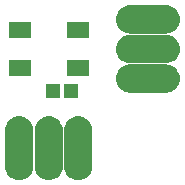
<source format=gbr>
G04 #@! TF.GenerationSoftware,KiCad,Pcbnew,(2017-05-31 revision c0bb8a30c)-makepkg*
G04 #@! TF.CreationDate,2017-07-13T16:13:42-05:00*
G04 #@! TF.ProjectId,45 Neo,3435204E656F2E6B696361645F706362,rev?*
G04 #@! TF.FileFunction,Soldermask,Top*
G04 #@! TF.FilePolarity,Negative*
%FSLAX46Y46*%
G04 Gerber Fmt 4.6, Leading zero omitted, Abs format (unit mm)*
G04 Created by KiCad (PCBNEW (2017-05-31 revision c0bb8a30c)-makepkg) date 07/13/17 16:13:42*
%MOMM*%
%LPD*%
G01*
G04 APERTURE LIST*
%ADD10C,0.100000*%
%ADD11R,1.900000X1.400000*%
%ADD12C,2.400000*%
%ADD13R,1.200000X1.150000*%
G04 APERTURE END LIST*
D10*
D11*
X157450000Y-3400000D03*
X157450000Y-6600000D03*
X152550000Y-6600000D03*
X152550000Y-3400000D03*
D10*
G36*
X165017621Y-3805777D02*
X165134108Y-3823057D01*
X165248342Y-3851671D01*
X165359220Y-3891344D01*
X165465676Y-3941693D01*
X165566684Y-4002235D01*
X165661272Y-4072386D01*
X165748528Y-4151471D01*
X165827613Y-4238727D01*
X165897764Y-4333315D01*
X165958306Y-4434323D01*
X166008655Y-4540779D01*
X166048328Y-4651657D01*
X166076942Y-4765891D01*
X166094222Y-4882378D01*
X166100000Y-4999999D01*
X166100000Y-5000001D01*
X166094222Y-5117622D01*
X166076942Y-5234109D01*
X166048328Y-5348343D01*
X166008655Y-5459221D01*
X165958306Y-5565677D01*
X165897764Y-5666685D01*
X165827613Y-5761273D01*
X165748528Y-5848529D01*
X165661272Y-5927614D01*
X165566684Y-5997765D01*
X165465676Y-6058307D01*
X165359220Y-6108656D01*
X165248342Y-6148329D01*
X165134108Y-6176943D01*
X165017621Y-6194223D01*
X164900000Y-6200001D01*
X161900000Y-6200001D01*
X161782379Y-6194223D01*
X161665892Y-6176943D01*
X161551658Y-6148329D01*
X161440780Y-6108656D01*
X161334324Y-6058307D01*
X161233316Y-5997765D01*
X161138728Y-5927614D01*
X161051472Y-5848529D01*
X160972387Y-5761273D01*
X160902236Y-5666685D01*
X160841694Y-5565677D01*
X160791345Y-5459221D01*
X160751672Y-5348343D01*
X160723058Y-5234109D01*
X160705778Y-5117622D01*
X160700000Y-5000001D01*
X160700000Y-4999999D01*
X160705778Y-4882378D01*
X160723058Y-4765891D01*
X160751672Y-4651657D01*
X160791345Y-4540779D01*
X160841694Y-4434323D01*
X160902236Y-4333315D01*
X160972387Y-4238727D01*
X161051472Y-4151471D01*
X161138728Y-4072386D01*
X161233316Y-4002235D01*
X161334324Y-3941693D01*
X161440780Y-3891344D01*
X161551658Y-3851671D01*
X161665892Y-3823057D01*
X161782379Y-3805777D01*
X161900000Y-3799999D01*
X164900000Y-3799999D01*
X165017621Y-3805777D01*
X165017621Y-3805777D01*
G37*
D12*
X163400000Y-5000000D03*
D10*
G36*
X165017621Y-1305777D02*
X165134108Y-1323057D01*
X165248342Y-1351671D01*
X165359220Y-1391344D01*
X165465676Y-1441693D01*
X165566684Y-1502235D01*
X165661272Y-1572386D01*
X165748528Y-1651471D01*
X165827613Y-1738727D01*
X165897764Y-1833315D01*
X165958306Y-1934323D01*
X166008655Y-2040779D01*
X166048328Y-2151657D01*
X166076942Y-2265891D01*
X166094222Y-2382378D01*
X166100000Y-2499999D01*
X166100000Y-2500001D01*
X166094222Y-2617622D01*
X166076942Y-2734109D01*
X166048328Y-2848343D01*
X166008655Y-2959221D01*
X165958306Y-3065677D01*
X165897764Y-3166685D01*
X165827613Y-3261273D01*
X165748528Y-3348529D01*
X165661272Y-3427614D01*
X165566684Y-3497765D01*
X165465676Y-3558307D01*
X165359220Y-3608656D01*
X165248342Y-3648329D01*
X165134108Y-3676943D01*
X165017621Y-3694223D01*
X164900000Y-3700001D01*
X161900000Y-3700001D01*
X161782379Y-3694223D01*
X161665892Y-3676943D01*
X161551658Y-3648329D01*
X161440780Y-3608656D01*
X161334324Y-3558307D01*
X161233316Y-3497765D01*
X161138728Y-3427614D01*
X161051472Y-3348529D01*
X160972387Y-3261273D01*
X160902236Y-3166685D01*
X160841694Y-3065677D01*
X160791345Y-2959221D01*
X160751672Y-2848343D01*
X160723058Y-2734109D01*
X160705778Y-2617622D01*
X160700000Y-2500001D01*
X160700000Y-2499999D01*
X160705778Y-2382378D01*
X160723058Y-2265891D01*
X160751672Y-2151657D01*
X160791345Y-2040779D01*
X160841694Y-1934323D01*
X160902236Y-1833315D01*
X160972387Y-1738727D01*
X161051472Y-1651471D01*
X161138728Y-1572386D01*
X161233316Y-1502235D01*
X161334324Y-1441693D01*
X161440780Y-1391344D01*
X161551658Y-1351671D01*
X161665892Y-1323057D01*
X161782379Y-1305777D01*
X161900000Y-1299999D01*
X164900000Y-1299999D01*
X165017621Y-1305777D01*
X165017621Y-1305777D01*
G37*
D12*
X163400000Y-2500000D03*
D10*
G36*
X165017621Y-6305777D02*
X165134108Y-6323057D01*
X165248342Y-6351671D01*
X165359220Y-6391344D01*
X165465676Y-6441693D01*
X165566684Y-6502235D01*
X165661272Y-6572386D01*
X165748528Y-6651471D01*
X165827613Y-6738727D01*
X165897764Y-6833315D01*
X165958306Y-6934323D01*
X166008655Y-7040779D01*
X166048328Y-7151657D01*
X166076942Y-7265891D01*
X166094222Y-7382378D01*
X166100000Y-7499999D01*
X166100000Y-7500001D01*
X166094222Y-7617622D01*
X166076942Y-7734109D01*
X166048328Y-7848343D01*
X166008655Y-7959221D01*
X165958306Y-8065677D01*
X165897764Y-8166685D01*
X165827613Y-8261273D01*
X165748528Y-8348529D01*
X165661272Y-8427614D01*
X165566684Y-8497765D01*
X165465676Y-8558307D01*
X165359220Y-8608656D01*
X165248342Y-8648329D01*
X165134108Y-8676943D01*
X165017621Y-8694223D01*
X164900000Y-8700001D01*
X161900000Y-8700001D01*
X161782379Y-8694223D01*
X161665892Y-8676943D01*
X161551658Y-8648329D01*
X161440780Y-8608656D01*
X161334324Y-8558307D01*
X161233316Y-8497765D01*
X161138728Y-8427614D01*
X161051472Y-8348529D01*
X160972387Y-8261273D01*
X160902236Y-8166685D01*
X160841694Y-8065677D01*
X160791345Y-7959221D01*
X160751672Y-7848343D01*
X160723058Y-7734109D01*
X160705778Y-7617622D01*
X160700000Y-7500001D01*
X160700000Y-7499999D01*
X160705778Y-7382378D01*
X160723058Y-7265891D01*
X160751672Y-7151657D01*
X160791345Y-7040779D01*
X160841694Y-6934323D01*
X160902236Y-6833315D01*
X160972387Y-6738727D01*
X161051472Y-6651471D01*
X161138728Y-6572386D01*
X161233316Y-6502235D01*
X161334324Y-6441693D01*
X161440780Y-6391344D01*
X161551658Y-6351671D01*
X161665892Y-6323057D01*
X161782379Y-6305777D01*
X161900000Y-6299999D01*
X164900000Y-6299999D01*
X165017621Y-6305777D01*
X165017621Y-6305777D01*
G37*
D12*
X163400000Y-7500000D03*
D10*
G36*
X152617622Y-10705778D02*
X152734109Y-10723058D01*
X152848343Y-10751672D01*
X152959221Y-10791345D01*
X153065677Y-10841694D01*
X153166685Y-10902236D01*
X153261273Y-10972387D01*
X153348529Y-11051472D01*
X153427614Y-11138728D01*
X153497765Y-11233316D01*
X153558307Y-11334324D01*
X153608656Y-11440780D01*
X153648329Y-11551658D01*
X153676943Y-11665892D01*
X153694223Y-11782379D01*
X153700001Y-11900000D01*
X153700001Y-14900000D01*
X153694223Y-15017621D01*
X153676943Y-15134108D01*
X153648329Y-15248342D01*
X153608656Y-15359220D01*
X153558307Y-15465676D01*
X153497765Y-15566684D01*
X153427614Y-15661272D01*
X153348529Y-15748528D01*
X153261273Y-15827613D01*
X153166685Y-15897764D01*
X153065677Y-15958306D01*
X152959221Y-16008655D01*
X152848343Y-16048328D01*
X152734109Y-16076942D01*
X152617622Y-16094222D01*
X152500001Y-16100000D01*
X152499999Y-16100000D01*
X152382378Y-16094222D01*
X152265891Y-16076942D01*
X152151657Y-16048328D01*
X152040779Y-16008655D01*
X151934323Y-15958306D01*
X151833315Y-15897764D01*
X151738727Y-15827613D01*
X151651471Y-15748528D01*
X151572386Y-15661272D01*
X151502235Y-15566684D01*
X151441693Y-15465676D01*
X151391344Y-15359220D01*
X151351671Y-15248342D01*
X151323057Y-15134108D01*
X151305777Y-15017621D01*
X151299999Y-14900000D01*
X151299999Y-11900000D01*
X151305777Y-11782379D01*
X151323057Y-11665892D01*
X151351671Y-11551658D01*
X151391344Y-11440780D01*
X151441693Y-11334324D01*
X151502235Y-11233316D01*
X151572386Y-11138728D01*
X151651471Y-11051472D01*
X151738727Y-10972387D01*
X151833315Y-10902236D01*
X151934323Y-10841694D01*
X152040779Y-10791345D01*
X152151657Y-10751672D01*
X152265891Y-10723058D01*
X152382378Y-10705778D01*
X152499999Y-10700000D01*
X152500001Y-10700000D01*
X152617622Y-10705778D01*
X152617622Y-10705778D01*
G37*
D12*
X152500000Y-13400000D03*
D10*
G36*
X157617622Y-10705778D02*
X157734109Y-10723058D01*
X157848343Y-10751672D01*
X157959221Y-10791345D01*
X158065677Y-10841694D01*
X158166685Y-10902236D01*
X158261273Y-10972387D01*
X158348529Y-11051472D01*
X158427614Y-11138728D01*
X158497765Y-11233316D01*
X158558307Y-11334324D01*
X158608656Y-11440780D01*
X158648329Y-11551658D01*
X158676943Y-11665892D01*
X158694223Y-11782379D01*
X158700001Y-11900000D01*
X158700001Y-14900000D01*
X158694223Y-15017621D01*
X158676943Y-15134108D01*
X158648329Y-15248342D01*
X158608656Y-15359220D01*
X158558307Y-15465676D01*
X158497765Y-15566684D01*
X158427614Y-15661272D01*
X158348529Y-15748528D01*
X158261273Y-15827613D01*
X158166685Y-15897764D01*
X158065677Y-15958306D01*
X157959221Y-16008655D01*
X157848343Y-16048328D01*
X157734109Y-16076942D01*
X157617622Y-16094222D01*
X157500001Y-16100000D01*
X157499999Y-16100000D01*
X157382378Y-16094222D01*
X157265891Y-16076942D01*
X157151657Y-16048328D01*
X157040779Y-16008655D01*
X156934323Y-15958306D01*
X156833315Y-15897764D01*
X156738727Y-15827613D01*
X156651471Y-15748528D01*
X156572386Y-15661272D01*
X156502235Y-15566684D01*
X156441693Y-15465676D01*
X156391344Y-15359220D01*
X156351671Y-15248342D01*
X156323057Y-15134108D01*
X156305777Y-15017621D01*
X156299999Y-14900000D01*
X156299999Y-11900000D01*
X156305777Y-11782379D01*
X156323057Y-11665892D01*
X156351671Y-11551658D01*
X156391344Y-11440780D01*
X156441693Y-11334324D01*
X156502235Y-11233316D01*
X156572386Y-11138728D01*
X156651471Y-11051472D01*
X156738727Y-10972387D01*
X156833315Y-10902236D01*
X156934323Y-10841694D01*
X157040779Y-10791345D01*
X157151657Y-10751672D01*
X157265891Y-10723058D01*
X157382378Y-10705778D01*
X157499999Y-10700000D01*
X157500001Y-10700000D01*
X157617622Y-10705778D01*
X157617622Y-10705778D01*
G37*
D12*
X157500000Y-13400000D03*
D10*
G36*
X155117622Y-10705778D02*
X155234109Y-10723058D01*
X155348343Y-10751672D01*
X155459221Y-10791345D01*
X155565677Y-10841694D01*
X155666685Y-10902236D01*
X155761273Y-10972387D01*
X155848529Y-11051472D01*
X155927614Y-11138728D01*
X155997765Y-11233316D01*
X156058307Y-11334324D01*
X156108656Y-11440780D01*
X156148329Y-11551658D01*
X156176943Y-11665892D01*
X156194223Y-11782379D01*
X156200001Y-11900000D01*
X156200001Y-14900000D01*
X156194223Y-15017621D01*
X156176943Y-15134108D01*
X156148329Y-15248342D01*
X156108656Y-15359220D01*
X156058307Y-15465676D01*
X155997765Y-15566684D01*
X155927614Y-15661272D01*
X155848529Y-15748528D01*
X155761273Y-15827613D01*
X155666685Y-15897764D01*
X155565677Y-15958306D01*
X155459221Y-16008655D01*
X155348343Y-16048328D01*
X155234109Y-16076942D01*
X155117622Y-16094222D01*
X155000001Y-16100000D01*
X154999999Y-16100000D01*
X154882378Y-16094222D01*
X154765891Y-16076942D01*
X154651657Y-16048328D01*
X154540779Y-16008655D01*
X154434323Y-15958306D01*
X154333315Y-15897764D01*
X154238727Y-15827613D01*
X154151471Y-15748528D01*
X154072386Y-15661272D01*
X154002235Y-15566684D01*
X153941693Y-15465676D01*
X153891344Y-15359220D01*
X153851671Y-15248342D01*
X153823057Y-15134108D01*
X153805777Y-15017621D01*
X153799999Y-14900000D01*
X153799999Y-11900000D01*
X153805777Y-11782379D01*
X153823057Y-11665892D01*
X153851671Y-11551658D01*
X153891344Y-11440780D01*
X153941693Y-11334324D01*
X154002235Y-11233316D01*
X154072386Y-11138728D01*
X154151471Y-11051472D01*
X154238727Y-10972387D01*
X154333315Y-10902236D01*
X154434323Y-10841694D01*
X154540779Y-10791345D01*
X154651657Y-10751672D01*
X154765891Y-10723058D01*
X154882378Y-10705778D01*
X154999999Y-10700000D01*
X155000001Y-10700000D01*
X155117622Y-10705778D01*
X155117622Y-10705778D01*
G37*
D12*
X155000000Y-13400000D03*
D13*
X155350000Y-8600000D03*
X156850000Y-8600000D03*
M02*

</source>
